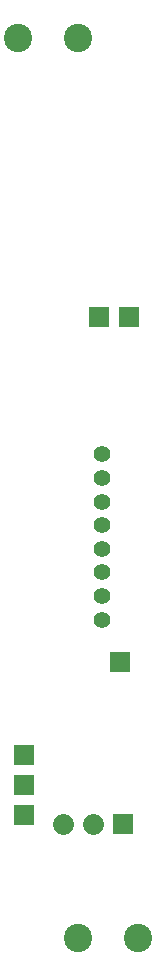
<source format=gtl>
G04 Layer: TopLayer*
G04 EasyEDA v6.5.5, 2022-05-12 14:51:26*
G04 adf74ae4be104b6fa4aa75e98640d5de,defc1f93b7bc4f92b0c06f3051cee8fa,10*
G04 Gerber Generator version 0.2*
G04 Scale: 100 percent, Rotated: No, Reflected: No *
G04 Dimensions in millimeters *
G04 leading zeros omitted , absolute positions ,4 integer and 5 decimal *
%FSLAX45Y45*%
%MOMM*%

%ADD11R,1.8000X1.8000*%
%ADD12C,2.4000*%
%ADD13C,1.4000*%
%ADD14C,1.8000*%

%LPD*%
D11*
G01*
X-457200Y-2514600D03*
G01*
X355600Y-1473200D03*
G01*
X-457200Y-2768600D03*
G01*
X-457200Y-2260600D03*
G01*
X177800Y1447800D03*
G01*
X431800Y1447800D03*
D12*
G01*
X0Y3810000D03*
G01*
X-508000Y3810000D03*
G01*
X0Y-3810000D03*
G01*
X508000Y-3810000D03*
D11*
G01*
X381000Y-2844800D03*
D13*
G01*
X203200Y-1117600D03*
G01*
X203200Y-917600D03*
G01*
X203200Y-717600D03*
G01*
X203200Y-517601D03*
G01*
X203200Y-317601D03*
G01*
X203200Y-117602D03*
G01*
X203200Y82397D03*
G01*
X203200Y282397D03*
D14*
X-127000Y-2844800D02*
G01*
X-127000Y-2844800D01*
X127000Y-2844800D02*
G01*
X127000Y-2844800D01*
M02*

</source>
